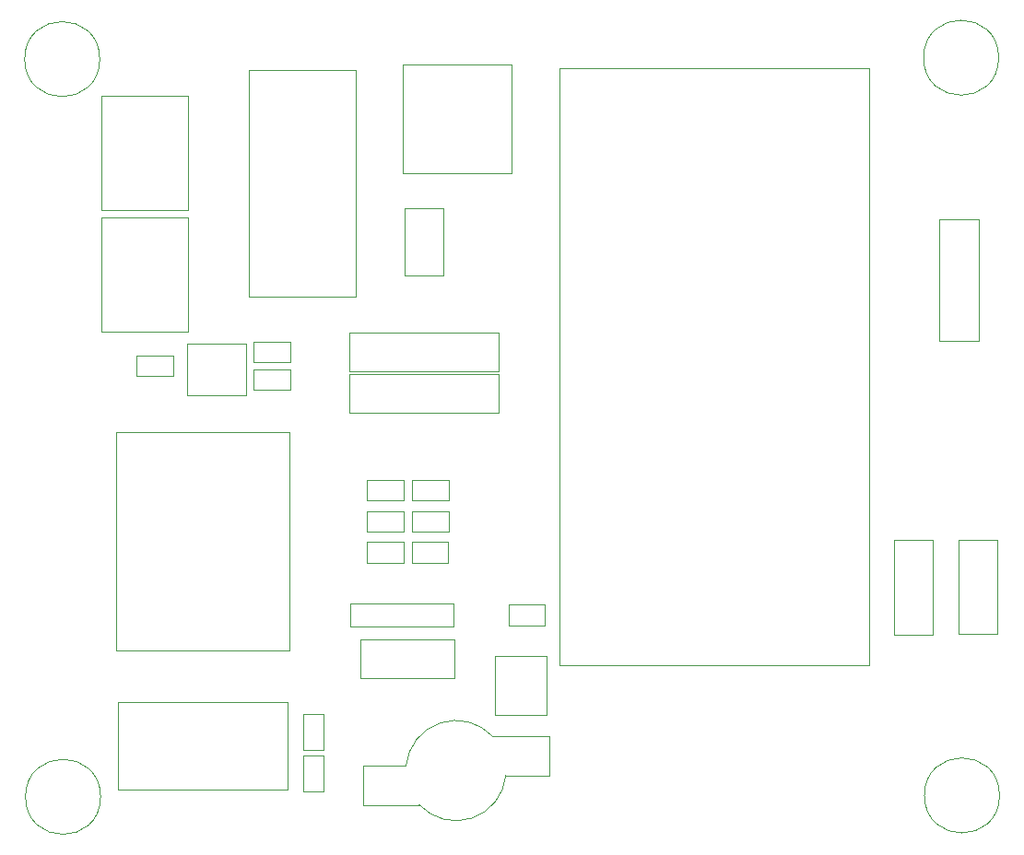
<source format=gbr>
%TF.GenerationSoftware,KiCad,Pcbnew,(6.0.4)*%
%TF.CreationDate,2023-05-30T10:31:34-05:00*%
%TF.ProjectId,Modulo de Practicas uPy,4d6f6475-6c6f-4206-9465-205072616374,rev?*%
%TF.SameCoordinates,Original*%
%TF.FileFunction,Other,User*%
%FSLAX46Y46*%
G04 Gerber Fmt 4.6, Leading zero omitted, Abs format (unit mm)*
G04 Created by KiCad (PCBNEW (6.0.4)) date 2023-05-30 10:31:34*
%MOMM*%
%LPD*%
G01*
G04 APERTURE LIST*
%ADD10C,0.050000*%
G04 APERTURE END LIST*
D10*
%TO.C,J8*%
X122660000Y-62770000D02*
X126260000Y-62770000D01*
X122660000Y-56620000D02*
X122660000Y-62770000D01*
X126260000Y-62770000D02*
X126260000Y-56620000D01*
X126260000Y-56620000D02*
X122660000Y-56620000D01*
%TO.C,J2*%
X94806000Y-56812000D02*
X102806000Y-56812000D01*
X102806000Y-46312000D02*
X102806000Y-56812000D01*
X94806000Y-56812000D02*
X94806000Y-46312000D01*
X102806000Y-46312000D02*
X94806000Y-46312000D01*
%TO.C,Q1*%
X130980000Y-103212400D02*
X130980000Y-97752400D01*
X135720000Y-97752400D02*
X130980000Y-97752400D01*
X130980000Y-103212400D02*
X135720000Y-103212400D01*
X135720000Y-97752400D02*
X135720000Y-103212400D01*
%TO.C,U2*%
X127261000Y-96244000D02*
X118611000Y-96244000D01*
X127261000Y-99844000D02*
X127261000Y-96244000D01*
X118611000Y-96244000D02*
X118611000Y-99844000D01*
X118611000Y-99844000D02*
X127261000Y-99844000D01*
%TO.C,IO18*%
X167618000Y-87140400D02*
X167618000Y-95790400D01*
X171218000Y-95790400D02*
X171218000Y-87140400D01*
X171218000Y-87140400D02*
X167618000Y-87140400D01*
X167618000Y-95790400D02*
X171218000Y-95790400D01*
%TO.C,R2*%
X117668000Y-92930000D02*
X117668000Y-95030000D01*
X127188000Y-95030000D02*
X127188000Y-92930000D01*
X127188000Y-92930000D02*
X117668000Y-92930000D01*
X117668000Y-95030000D02*
X127188000Y-95030000D01*
%TO.C,U3*%
X118184000Y-43931000D02*
X108384000Y-43931000D01*
X118184000Y-64781000D02*
X118184000Y-43931000D01*
X108384000Y-43931000D02*
X108384000Y-64781000D01*
X108384000Y-64781000D02*
X118184000Y-64781000D01*
%TO.C,R6*%
X122594900Y-86344800D02*
X119234900Y-86344800D01*
X119234900Y-84444800D02*
X122594900Y-84444800D01*
X122594900Y-84444800D02*
X122594900Y-86344800D01*
X119234900Y-86344800D02*
X119234900Y-84444800D01*
%TO.C,D6*%
X123325600Y-89215000D02*
X123325600Y-87315000D01*
X123325600Y-87315000D02*
X126685600Y-87315000D01*
X126685600Y-87315000D02*
X126685600Y-89215000D01*
X126685600Y-89215000D02*
X123325600Y-89215000D01*
%TO.C,Q2*%
X102680000Y-69110000D02*
X102680000Y-73850000D01*
X108140000Y-73850000D02*
X108140000Y-69110000D01*
X102680000Y-69110000D02*
X108140000Y-69110000D01*
X108140000Y-73850000D02*
X102680000Y-73850000D01*
%TO.C,REF\u002A\u002A*%
X94661400Y-42926000D02*
G75*
G03*
X94661400Y-42926000I-3450000J0D01*
G01*
%TO.C,U1*%
X136930000Y-98620000D02*
X136930000Y-43720000D01*
X165330000Y-43720000D02*
X165330000Y-98620000D01*
X136930000Y-43720000D02*
X165330000Y-43720000D01*
X165330000Y-98620000D02*
X136930000Y-98620000D01*
%TO.C,D2*%
X98015000Y-70170000D02*
X101375000Y-70170000D01*
X101375000Y-72070000D02*
X98015000Y-72070000D01*
X98015000Y-72070000D02*
X98015000Y-70170000D01*
X101375000Y-70170000D02*
X101375000Y-72070000D01*
%TO.C,R4*%
X112170000Y-71440000D02*
X112170000Y-73340000D01*
X108810000Y-71440000D02*
X112170000Y-71440000D01*
X108810000Y-73340000D02*
X108810000Y-71440000D01*
X112170000Y-73340000D02*
X108810000Y-73340000D01*
%TO.C,J7*%
X175409000Y-68836000D02*
X175409000Y-57636000D01*
X171809000Y-68836000D02*
X175409000Y-68836000D01*
X175409000Y-57636000D02*
X171809000Y-57636000D01*
X171809000Y-57636000D02*
X171809000Y-68836000D01*
%TO.C,D1*%
X135931000Y-108755600D02*
X131971000Y-108755600D01*
X135931000Y-105155600D02*
X135931000Y-108755600D01*
X118831000Y-107855600D02*
X118831000Y-111455600D01*
X118831000Y-111455600D02*
X124011000Y-111455600D01*
X130751000Y-105155600D02*
X135931000Y-105155600D01*
X122791000Y-107855600D02*
X118831000Y-107855600D01*
X130750303Y-105156251D02*
G75*
G03*
X122791000Y-107855600I-3369303J-3149349D01*
G01*
X124011697Y-111454949D02*
G75*
G03*
X131971000Y-108755600I3369303J3149349D01*
G01*
%TO.C,R8*%
X119198600Y-89215000D02*
X119198600Y-87315000D01*
X122558600Y-89215000D02*
X119198600Y-89215000D01*
X119198600Y-87315000D02*
X122558600Y-87315000D01*
X122558600Y-87315000D02*
X122558600Y-89215000D01*
%TO.C,R7*%
X122594900Y-83474600D02*
X119234900Y-83474600D01*
X122594900Y-81574600D02*
X122594900Y-83474600D01*
X119234900Y-81574600D02*
X122594900Y-81574600D01*
X119234900Y-83474600D02*
X119234900Y-81574600D01*
%TO.C,J3*%
X94806000Y-67988000D02*
X102806000Y-67988000D01*
X102806000Y-57488000D02*
X94806000Y-57488000D01*
X102806000Y-57488000D02*
X102806000Y-67988000D01*
X94806000Y-67988000D02*
X94806000Y-57488000D01*
%TO.C,REF\u002A\u002A*%
X94737600Y-110718600D02*
G75*
G03*
X94737600Y-110718600I-3450000J0D01*
G01*
%TO.C,D4*%
X126721900Y-86344800D02*
X123361900Y-86344800D01*
X123361900Y-86344800D02*
X123361900Y-84444800D01*
X126721900Y-84444800D02*
X126721900Y-86344800D01*
X123361900Y-84444800D02*
X126721900Y-84444800D01*
%TO.C,REF\u002A\u002A*%
X177236800Y-42799000D02*
G75*
G03*
X177236800Y-42799000I-3450000J0D01*
G01*
%TO.C,D3*%
X115250000Y-110265000D02*
X113350000Y-110265000D01*
X113350000Y-106905000D02*
X115250000Y-106905000D01*
X115250000Y-106905000D02*
X115250000Y-110265000D01*
X113350000Y-110265000D02*
X113350000Y-106905000D01*
%TO.C,D5*%
X126721900Y-81574600D02*
X126721900Y-83474600D01*
X123361900Y-81574600D02*
X126721900Y-81574600D01*
X126721900Y-83474600D02*
X123361900Y-83474600D01*
X123361900Y-83474600D02*
X123361900Y-81574600D01*
%TO.C,K1*%
X112090000Y-97290000D02*
X112090000Y-77190000D01*
X112090000Y-97290000D02*
X96190000Y-97290000D01*
X96190000Y-77190000D02*
X112090000Y-77190000D01*
X96190000Y-77190000D02*
X96190000Y-97290000D01*
%TO.C,REF\u002A\u002A*%
X177313000Y-110591600D02*
G75*
G03*
X177313000Y-110591600I-3450000J0D01*
G01*
%TO.C,RV1*%
X132523200Y-43422800D02*
X132523200Y-53452800D01*
X132523200Y-53452800D02*
X122493200Y-53452800D01*
X122493200Y-43422800D02*
X132523200Y-43422800D01*
X122493200Y-53452800D02*
X122493200Y-43422800D01*
%TO.C,R5*%
X108810000Y-68900000D02*
X112170000Y-68900000D01*
X108810000Y-70800000D02*
X108810000Y-68900000D01*
X112170000Y-70800000D02*
X108810000Y-70800000D01*
X112170000Y-68900000D02*
X112170000Y-70800000D01*
%TO.C,J5*%
X117580000Y-68075000D02*
X131280000Y-68075000D01*
X131280000Y-71625000D02*
X117580000Y-71625000D01*
X131280000Y-68075000D02*
X131280000Y-71625000D01*
X117580000Y-71625000D02*
X117580000Y-68075000D01*
%TO.C,J1*%
X96340000Y-102045000D02*
X111940000Y-102045000D01*
X111940000Y-110045000D02*
X111940000Y-102045000D01*
X96340000Y-102045000D02*
X96340000Y-110045000D01*
X111940000Y-110045000D02*
X96340000Y-110045000D01*
%TO.C,R3*%
X115250000Y-106455000D02*
X113350000Y-106455000D01*
X115250000Y-103095000D02*
X115250000Y-106455000D01*
X113350000Y-103095000D02*
X115250000Y-103095000D01*
X113350000Y-106455000D02*
X113350000Y-103095000D01*
%TO.C,J6*%
X177110800Y-87100000D02*
X173510800Y-87100000D01*
X173510800Y-95750000D02*
X177110800Y-95750000D01*
X173510800Y-87100000D02*
X173510800Y-95750000D01*
X177110800Y-95750000D02*
X177110800Y-87100000D01*
%TO.C,J4*%
X131280000Y-75460000D02*
X117580000Y-75460000D01*
X117580000Y-71910000D02*
X131280000Y-71910000D01*
X131280000Y-71910000D02*
X131280000Y-75460000D01*
X117580000Y-75460000D02*
X117580000Y-71910000D01*
%TO.C,R1*%
X135563400Y-94955400D02*
X132203400Y-94955400D01*
X135563400Y-93055400D02*
X135563400Y-94955400D01*
X132203400Y-93055400D02*
X135563400Y-93055400D01*
X132203400Y-94955400D02*
X132203400Y-93055400D01*
%TD*%
M02*

</source>
